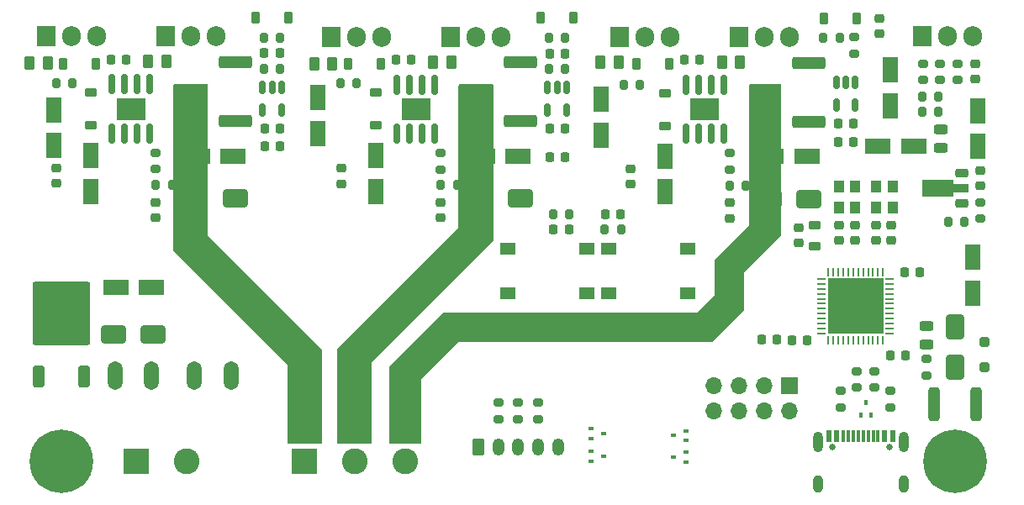
<source format=gbr>
%TF.GenerationSoftware,KiCad,Pcbnew,8.0.5-8.0.5-0~ubuntu24.04.1*%
%TF.CreationDate,2024-10-01T16:14:09+02:00*%
%TF.ProjectId,TFG-Brushless-ESC,5446472d-4272-4757-9368-6c6573732d45,rev?*%
%TF.SameCoordinates,Original*%
%TF.FileFunction,Soldermask,Top*%
%TF.FilePolarity,Negative*%
%FSLAX46Y46*%
G04 Gerber Fmt 4.6, Leading zero omitted, Abs format (unit mm)*
G04 Created by KiCad (PCBNEW 8.0.5-8.0.5-0~ubuntu24.04.1) date 2024-10-01 16:14:09*
%MOMM*%
%LPD*%
G01*
G04 APERTURE LIST*
G04 Aperture macros list*
%AMRoundRect*
0 Rectangle with rounded corners*
0 $1 Rounding radius*
0 $2 $3 $4 $5 $6 $7 $8 $9 X,Y pos of 4 corners*
0 Add a 4 corners polygon primitive as box body*
4,1,4,$2,$3,$4,$5,$6,$7,$8,$9,$2,$3,0*
0 Add four circle primitives for the rounded corners*
1,1,$1+$1,$2,$3*
1,1,$1+$1,$4,$5*
1,1,$1+$1,$6,$7*
1,1,$1+$1,$8,$9*
0 Add four rect primitives between the rounded corners*
20,1,$1+$1,$2,$3,$4,$5,0*
20,1,$1+$1,$4,$5,$6,$7,0*
20,1,$1+$1,$6,$7,$8,$9,0*
20,1,$1+$1,$8,$9,$2,$3,0*%
%AMFreePoly0*
4,1,9,3.862500,-0.866500,0.737500,-0.866500,0.737500,-0.450000,-0.737500,-0.450000,-0.737500,0.450000,0.737500,0.450000,0.737500,0.866500,3.862500,0.866500,3.862500,-0.866500,3.862500,-0.866500,$1*%
G04 Aperture macros list end*
%ADD10RoundRect,0.250000X0.550000X-1.050000X0.550000X1.050000X-0.550000X1.050000X-0.550000X-1.050000X0*%
%ADD11RoundRect,0.225000X-0.375000X0.225000X-0.375000X-0.225000X0.375000X-0.225000X0.375000X0.225000X0*%
%ADD12RoundRect,0.250000X1.000000X0.650000X-1.000000X0.650000X-1.000000X-0.650000X1.000000X-0.650000X0*%
%ADD13RoundRect,0.250000X-0.550000X1.050000X-0.550000X-1.050000X0.550000X-1.050000X0.550000X1.050000X0*%
%ADD14RoundRect,0.200000X0.200000X0.275000X-0.200000X0.275000X-0.200000X-0.275000X0.200000X-0.275000X0*%
%ADD15RoundRect,0.250000X0.262500X0.450000X-0.262500X0.450000X-0.262500X-0.450000X0.262500X-0.450000X0*%
%ADD16RoundRect,0.200000X0.275000X-0.200000X0.275000X0.200000X-0.275000X0.200000X-0.275000X-0.200000X0*%
%ADD17RoundRect,0.225000X-0.225000X-0.250000X0.225000X-0.250000X0.225000X0.250000X-0.225000X0.250000X0*%
%ADD18RoundRect,0.150000X-0.150000X0.512500X-0.150000X-0.512500X0.150000X-0.512500X0.150000X0.512500X0*%
%ADD19RoundRect,0.250000X-0.350000X-0.625000X0.350000X-0.625000X0.350000X0.625000X-0.350000X0.625000X0*%
%ADD20O,1.200000X1.750000*%
%ADD21RoundRect,0.100000X-0.155000X-0.100000X0.155000X-0.100000X0.155000X0.100000X-0.155000X0.100000X0*%
%ADD22R,1.550000X1.300000*%
%ADD23C,0.650000*%
%ADD24R,0.600000X1.240000*%
%ADD25R,0.300000X1.240000*%
%ADD26O,1.000000X2.100000*%
%ADD27O,1.000000X1.800000*%
%ADD28RoundRect,0.100000X0.155000X0.100000X-0.155000X0.100000X-0.155000X-0.100000X0.155000X-0.100000X0*%
%ADD29RoundRect,0.243750X0.456250X-0.243750X0.456250X0.243750X-0.456250X0.243750X-0.456250X-0.243750X0*%
%ADD30RoundRect,0.225000X0.225000X0.250000X-0.225000X0.250000X-0.225000X-0.250000X0.225000X-0.250000X0*%
%ADD31RoundRect,0.225000X-0.250000X0.225000X-0.250000X-0.225000X0.250000X-0.225000X0.250000X0.225000X0*%
%ADD32R,1.905000X2.000000*%
%ADD33O,1.905000X2.000000*%
%ADD34RoundRect,0.250000X-1.425000X0.362500X-1.425000X-0.362500X1.425000X-0.362500X1.425000X0.362500X0*%
%ADD35RoundRect,0.225000X0.250000X-0.225000X0.250000X0.225000X-0.250000X0.225000X-0.250000X-0.225000X0*%
%ADD36RoundRect,0.200000X-0.275000X0.200000X-0.275000X-0.200000X0.275000X-0.200000X0.275000X0.200000X0*%
%ADD37O,1.500000X2.900000*%
%ADD38RoundRect,0.250000X-1.050000X-0.550000X1.050000X-0.550000X1.050000X0.550000X-1.050000X0.550000X0*%
%ADD39RoundRect,0.100000X-0.100000X0.155000X-0.100000X-0.155000X0.100000X-0.155000X0.100000X0.155000X0*%
%ADD40RoundRect,0.225000X0.225000X0.375000X-0.225000X0.375000X-0.225000X-0.375000X0.225000X-0.375000X0*%
%ADD41RoundRect,0.062500X-0.062500X0.375000X-0.062500X-0.375000X0.062500X-0.375000X0.062500X0.375000X0*%
%ADD42RoundRect,0.062500X-0.375000X0.062500X-0.375000X-0.062500X0.375000X-0.062500X0.375000X0.062500X0*%
%ADD43R,5.600000X5.600000*%
%ADD44RoundRect,0.200000X-0.200000X-0.275000X0.200000X-0.275000X0.200000X0.275000X-0.200000X0.275000X0*%
%ADD45C,0.800000*%
%ADD46C,6.400000*%
%ADD47RoundRect,0.250000X1.050000X0.550000X-1.050000X0.550000X-1.050000X-0.550000X1.050000X-0.550000X0*%
%ADD48RoundRect,0.150000X0.150000X-0.825000X0.150000X0.825000X-0.150000X0.825000X-0.150000X-0.825000X0*%
%ADD49R,3.000000X2.290000*%
%ADD50RoundRect,0.225000X0.425000X0.225000X-0.425000X0.225000X-0.425000X-0.225000X0.425000X-0.225000X0*%
%ADD51FreePoly0,180.000000*%
%ADD52R,1.100000X1.300000*%
%ADD53RoundRect,0.250000X-0.650000X1.000000X-0.650000X-1.000000X0.650000X-1.000000X0.650000X1.000000X0*%
%ADD54RoundRect,0.243750X-0.456250X0.243750X-0.456250X-0.243750X0.456250X-0.243750X0.456250X0.243750X0*%
%ADD55O,1.700000X1.700000*%
%ADD56R,1.700000X1.700000*%
%ADD57R,2.600000X2.600000*%
%ADD58C,2.600000*%
%ADD59RoundRect,0.250000X0.350000X-0.850000X0.350000X0.850000X-0.350000X0.850000X-0.350000X-0.850000X0*%
%ADD60RoundRect,0.249997X2.650003X-2.950003X2.650003X2.950003X-2.650003X2.950003X-2.650003X-2.950003X0*%
%ADD61RoundRect,0.250000X-0.250000X0.250000X-0.250000X-0.250000X0.250000X-0.250000X0.250000X0.250000X0*%
%ADD62RoundRect,0.218750X0.381250X-0.218750X0.381250X0.218750X-0.381250X0.218750X-0.381250X-0.218750X0*%
%ADD63RoundRect,0.250000X-0.312500X-1.450000X0.312500X-1.450000X0.312500X1.450000X-0.312500X1.450000X0*%
G04 APERTURE END LIST*
D10*
%TO.C,C29*%
X75076000Y-128503000D03*
X75076000Y-124903000D03*
%TD*%
D11*
%TO.C,D8*%
X52276000Y-124378000D03*
X52276000Y-127678000D03*
%TD*%
D12*
%TO.C,D6*%
X58526000Y-148778000D03*
X54526000Y-148778000D03*
%TD*%
D13*
%TO.C,C27*%
X80976000Y-130748000D03*
X80976000Y-134348000D03*
%TD*%
D14*
%TO.C,R7*%
X137601000Y-124778000D03*
X135951000Y-124778000D03*
%TD*%
D15*
%TO.C,R30*%
X105388500Y-121303000D03*
X103563500Y-121303000D03*
%TD*%
D16*
%TO.C,R17*%
X136401000Y-152890500D03*
X136401000Y-151240500D03*
%TD*%
D17*
%TO.C,C2*%
X54251000Y-121028000D03*
X55801000Y-121028000D03*
%TD*%
D14*
%TO.C,R37*%
X79026000Y-123403000D03*
X77376000Y-123403000D03*
%TD*%
D18*
%TO.C,U9*%
X129226000Y-123340500D03*
X128276000Y-123340500D03*
X127326000Y-123340500D03*
X127326000Y-125615500D03*
X129226000Y-125615500D03*
%TD*%
D16*
%TO.C,R35*%
X129126000Y-120453000D03*
X129126000Y-118803000D03*
%TD*%
D19*
%TO.C,J4*%
X91276000Y-160078000D03*
D20*
X93276000Y-160078000D03*
X95276000Y-160078000D03*
X97276000Y-160078000D03*
X99276000Y-160078000D03*
%TD*%
D21*
%TO.C,D15*%
X112171000Y-159453000D03*
X112171000Y-158453000D03*
X110881000Y-158953000D03*
%TD*%
D10*
%TO.C,C6*%
X132776000Y-125703000D03*
X132776000Y-122103000D03*
%TD*%
D22*
%TO.C,SW2*%
X104376000Y-140078000D03*
X112326000Y-140078000D03*
X104376000Y-144578000D03*
X112326000Y-144578000D03*
%TD*%
D23*
%TO.C,J2*%
X126886000Y-160113000D03*
X132666000Y-160113000D03*
D24*
X126576000Y-158993000D03*
X127376000Y-158993000D03*
D25*
X128526000Y-158993000D03*
X129526000Y-158993000D03*
X130026000Y-158993000D03*
X131026000Y-158993000D03*
D24*
X132176000Y-158993000D03*
X132976000Y-158993000D03*
X132976000Y-158993000D03*
X132176000Y-158993000D03*
D25*
X131526000Y-158993000D03*
X130526000Y-158993000D03*
X129026000Y-158993000D03*
X128026000Y-158993000D03*
D24*
X127376000Y-158993000D03*
X126576000Y-158993000D03*
D26*
X125456000Y-159593000D03*
D27*
X125456000Y-163793000D03*
D26*
X134096000Y-159593000D03*
D27*
X134096000Y-163793000D03*
%TD*%
D28*
%TO.C,D16*%
X102631000Y-158278000D03*
X102631000Y-159278000D03*
X103921000Y-158778000D03*
%TD*%
D29*
%TO.C,D2*%
X137851000Y-129940500D03*
X137851000Y-128065500D03*
%TD*%
D30*
%TO.C,C9*%
X124371000Y-149308000D03*
X122821000Y-149308000D03*
%TD*%
D31*
%TO.C,C32*%
X87476000Y-135448000D03*
X87476000Y-136998000D03*
%TD*%
D32*
%TO.C,Q4*%
X88436000Y-118743000D03*
D33*
X90976000Y-118743000D03*
X93516000Y-118743000D03*
%TD*%
D17*
%TO.C,C12*%
X104051000Y-136628000D03*
X105601000Y-136628000D03*
%TD*%
D34*
%TO.C,R28*%
X95476000Y-121335500D03*
X95476000Y-127260500D03*
%TD*%
D35*
%TO.C,C11*%
X123526000Y-139553000D03*
X123526000Y-138003000D03*
%TD*%
D28*
%TO.C,D17*%
X102631000Y-160528000D03*
X102631000Y-161528000D03*
X103921000Y-161028000D03*
%TD*%
D36*
%TO.C,R3*%
X139526000Y-121453000D03*
X139526000Y-123103000D03*
%TD*%
D15*
%TO.C,R32*%
X117641000Y-121333000D03*
X115816000Y-121333000D03*
%TD*%
D18*
%TO.C,U7*%
X100151000Y-123890500D03*
X99201000Y-123890500D03*
X98251000Y-123890500D03*
X98251000Y-126165500D03*
X100151000Y-126165500D03*
%TD*%
D37*
%TO.C,F1*%
X66376000Y-152928000D03*
X62676000Y-152928000D03*
X58376000Y-152928000D03*
X54676000Y-152928000D03*
%TD*%
D38*
%TO.C,C23*%
X62976000Y-130778000D03*
X66576000Y-130778000D03*
%TD*%
D17*
%TO.C,C26*%
X69726000Y-129778000D03*
X71276000Y-129778000D03*
%TD*%
D39*
%TO.C,D1*%
X129776000Y-156900500D03*
X130776000Y-156900500D03*
X130276000Y-155610500D03*
%TD*%
D16*
%TO.C,R15*%
X93276000Y-157278000D03*
X93276000Y-155628000D03*
%TD*%
D32*
%TO.C,U2*%
X135986000Y-118723000D03*
D33*
X138526000Y-118723000D03*
X141066000Y-118723000D03*
%TD*%
D17*
%TO.C,C10*%
X134171000Y-142508000D03*
X135721000Y-142508000D03*
%TD*%
D36*
%TO.C,R12*%
X131146000Y-152463000D03*
X131146000Y-154113000D03*
%TD*%
D10*
%TO.C,C19*%
X141026000Y-144578000D03*
X141026000Y-140978000D03*
%TD*%
D17*
%TO.C,C42*%
X112001000Y-121078000D03*
X113551000Y-121078000D03*
%TD*%
D15*
%TO.C,R26*%
X88551000Y-121298000D03*
X86726000Y-121298000D03*
%TD*%
D40*
%TO.C,D21*%
X72126000Y-116828000D03*
X68826000Y-116828000D03*
%TD*%
%TO.C,D23*%
X129376000Y-116928000D03*
X126076000Y-116928000D03*
%TD*%
D15*
%TO.C,R18*%
X47888500Y-121428000D03*
X46063500Y-121428000D03*
%TD*%
D17*
%TO.C,C8*%
X132721000Y-150833000D03*
X134271000Y-150833000D03*
%TD*%
D31*
%TO.C,C45*%
X131626000Y-116928000D03*
X131626000Y-118478000D03*
%TD*%
D17*
%TO.C,C41*%
X82976000Y-121078000D03*
X84526000Y-121078000D03*
%TD*%
D11*
%TO.C,D12*%
X110066000Y-124433000D03*
X110066000Y-127733000D03*
%TD*%
D40*
%TO.C,D18*%
X52726000Y-121478000D03*
X49426000Y-121478000D03*
%TD*%
D30*
%TO.C,C17*%
X121351000Y-149303000D03*
X119801000Y-149303000D03*
%TD*%
D41*
%TO.C,U3*%
X132021000Y-142470500D03*
X131521000Y-142470500D03*
X131021000Y-142470500D03*
X130521000Y-142470500D03*
X130021000Y-142470500D03*
X129521000Y-142470500D03*
X129021000Y-142470500D03*
X128521000Y-142470500D03*
X128021000Y-142470500D03*
X127521000Y-142470500D03*
X127021000Y-142470500D03*
X126521000Y-142470500D03*
D42*
X125833500Y-143158000D03*
X125833500Y-143658000D03*
X125833500Y-144158000D03*
X125833500Y-144658000D03*
X125833500Y-145158000D03*
X125833500Y-145658000D03*
X125833500Y-146158000D03*
X125833500Y-146658000D03*
X125833500Y-147158000D03*
X125833500Y-147658000D03*
X125833500Y-148158000D03*
X125833500Y-148658000D03*
D41*
X126521000Y-149345500D03*
X127021000Y-149345500D03*
X127521000Y-149345500D03*
X128021000Y-149345500D03*
X128521000Y-149345500D03*
X129021000Y-149345500D03*
X129521000Y-149345500D03*
X130021000Y-149345500D03*
X130521000Y-149345500D03*
X131021000Y-149345500D03*
X131521000Y-149345500D03*
X132021000Y-149345500D03*
D42*
X132708500Y-148658000D03*
X132708500Y-148158000D03*
X132708500Y-147658000D03*
X132708500Y-147158000D03*
X132708500Y-146658000D03*
X132708500Y-146158000D03*
X132708500Y-145658000D03*
X132708500Y-145158000D03*
X132708500Y-144658000D03*
X132708500Y-144158000D03*
X132708500Y-143658000D03*
X132708500Y-143158000D03*
D43*
X129271000Y-145908000D03*
%TD*%
D44*
%TO.C,R23*%
X69651000Y-122028000D03*
X71301000Y-122028000D03*
%TD*%
D17*
%TO.C,C43*%
X69701000Y-120428000D03*
X71251000Y-120428000D03*
%TD*%
D40*
%TO.C,D19*%
X81426000Y-121483000D03*
X78126000Y-121483000D03*
%TD*%
D17*
%TO.C,C40*%
X127501000Y-129328000D03*
X129051000Y-129328000D03*
%TD*%
D45*
%TO.C,REF\u002A\u002A*%
X136876000Y-161528000D03*
X137578944Y-159830944D03*
X137578944Y-163225056D03*
X139276000Y-159128000D03*
D46*
X139276000Y-161528000D03*
D45*
X139276000Y-163928000D03*
X140973056Y-159830944D03*
X140973056Y-163225056D03*
X141676000Y-161528000D03*
%TD*%
D47*
%TO.C,C3*%
X135101000Y-129828000D03*
X131501000Y-129828000D03*
%TD*%
D16*
%TO.C,R14*%
X95276000Y-157278000D03*
X95276000Y-155628000D03*
%TD*%
D48*
%TO.C,U4*%
X54371000Y-128503000D03*
X55641000Y-128503000D03*
X56911000Y-128503000D03*
X58181000Y-128503000D03*
X58181000Y-123553000D03*
X56911000Y-123553000D03*
X55641000Y-123553000D03*
X54371000Y-123553000D03*
D49*
X56276000Y-126028000D03*
%TD*%
D40*
%TO.C,D20*%
X110476000Y-121528000D03*
X107176000Y-121528000D03*
%TD*%
D44*
%TO.C,R25*%
X87476000Y-133723000D03*
X89126000Y-133723000D03*
%TD*%
D13*
%TO.C,C5*%
X141526000Y-126228000D03*
X141526000Y-129828000D03*
%TD*%
D38*
%TO.C,C30*%
X91676000Y-130798000D03*
X95276000Y-130798000D03*
%TD*%
D50*
%TO.C,U1*%
X139976000Y-135528000D03*
D51*
X139888500Y-134028000D03*
D50*
X139976000Y-132528000D03*
%TD*%
D36*
%TO.C,R33*%
X116566000Y-130508000D03*
X116566000Y-132158000D03*
%TD*%
D34*
%TO.C,R22*%
X66776000Y-121315500D03*
X66776000Y-127240500D03*
%TD*%
D32*
%TO.C,Q3*%
X76436000Y-118743000D03*
D33*
X78976000Y-118743000D03*
X81516000Y-118743000D03*
%TD*%
D13*
%TO.C,C20*%
X52276000Y-130728000D03*
X52276000Y-134328000D03*
%TD*%
D40*
%TO.C,D22*%
X100851000Y-116853000D03*
X97551000Y-116853000D03*
%TD*%
D14*
%TO.C,R36*%
X50376000Y-123428000D03*
X48726000Y-123428000D03*
%TD*%
D52*
%TO.C,Y2*%
X133001000Y-135978000D03*
X133001000Y-133878000D03*
X131351000Y-133878000D03*
X131351000Y-135978000D03*
%TD*%
D36*
%TO.C,R21*%
X58776000Y-130453000D03*
X58776000Y-132103000D03*
%TD*%
D13*
%TO.C,C34*%
X110066000Y-130783000D03*
X110066000Y-134383000D03*
%TD*%
D52*
%TO.C,Y1*%
X129201000Y-135978000D03*
X129201000Y-133878000D03*
X127551000Y-133878000D03*
X127551000Y-135978000D03*
%TD*%
D32*
%TO.C,Q2*%
X59736000Y-118723000D03*
D33*
X62276000Y-118723000D03*
X64816000Y-118723000D03*
%TD*%
D14*
%TO.C,R16*%
X137601000Y-126328000D03*
X135951000Y-126328000D03*
%TD*%
D44*
%TO.C,R8*%
X104001000Y-138153000D03*
X105651000Y-138153000D03*
%TD*%
D18*
%TO.C,U5*%
X71451000Y-123890500D03*
X70501000Y-123890500D03*
X69551000Y-123890500D03*
X69551000Y-126165500D03*
X71451000Y-126165500D03*
%TD*%
D16*
%TO.C,R13*%
X97276000Y-157278000D03*
X97276000Y-155628000D03*
%TD*%
D32*
%TO.C,Q1*%
X47736000Y-118723000D03*
D33*
X50276000Y-118723000D03*
X52816000Y-118723000D03*
%TD*%
D14*
%TO.C,R40*%
X100026000Y-118853000D03*
X98376000Y-118853000D03*
%TD*%
D12*
%TO.C,D13*%
X124566000Y-135083000D03*
X120566000Y-135083000D03*
%TD*%
D30*
%TO.C,C44*%
X99976000Y-120453000D03*
X98426000Y-120453000D03*
%TD*%
D17*
%TO.C,C33*%
X98426000Y-130878000D03*
X99976000Y-130878000D03*
%TD*%
D31*
%TO.C,C21*%
X48776000Y-132003000D03*
X48776000Y-133553000D03*
%TD*%
D14*
%TO.C,R41*%
X127676000Y-118878000D03*
X126026000Y-118878000D03*
%TD*%
D36*
%TO.C,R11*%
X129396000Y-152463000D03*
X129396000Y-154113000D03*
%TD*%
D12*
%TO.C,D11*%
X95476000Y-135048000D03*
X91476000Y-135048000D03*
%TD*%
D53*
%TO.C,D5*%
X139276000Y-148028000D03*
X139276000Y-152028000D03*
%TD*%
D48*
%TO.C,U6*%
X83071000Y-128523000D03*
X84341000Y-128523000D03*
X85611000Y-128523000D03*
X86881000Y-128523000D03*
X86881000Y-123573000D03*
X85611000Y-123573000D03*
X84341000Y-123573000D03*
X83071000Y-123573000D03*
D49*
X84976000Y-126048000D03*
%TD*%
D32*
%TO.C,Q5*%
X105526000Y-118778000D03*
D33*
X108066000Y-118778000D03*
X110606000Y-118778000D03*
%TD*%
D30*
%TO.C,C24*%
X71276000Y-128028000D03*
X69726000Y-128028000D03*
%TD*%
D44*
%TO.C,R19*%
X58776000Y-133703000D03*
X60426000Y-133703000D03*
%TD*%
D36*
%TO.C,R10*%
X132776000Y-154453000D03*
X132776000Y-156103000D03*
%TD*%
D17*
%TO.C,C7*%
X98826000Y-138153000D03*
X100376000Y-138153000D03*
%TD*%
D48*
%TO.C,U8*%
X112161000Y-128558000D03*
X113431000Y-128558000D03*
X114701000Y-128558000D03*
X115971000Y-128558000D03*
X115971000Y-123608000D03*
X114701000Y-123608000D03*
X113431000Y-123608000D03*
X112161000Y-123608000D03*
D49*
X114066000Y-126083000D03*
%TD*%
D54*
%TO.C,D3*%
X136401000Y-147890500D03*
X136401000Y-149765500D03*
%TD*%
D15*
%TO.C,R24*%
X76551000Y-121453000D03*
X74726000Y-121453000D03*
%TD*%
D38*
%TO.C,C18*%
X54776000Y-144028000D03*
X58376000Y-144028000D03*
%TD*%
D31*
%TO.C,C4*%
X141276000Y-121478000D03*
X141276000Y-123028000D03*
%TD*%
%TO.C,C35*%
X106566000Y-132058000D03*
X106566000Y-133608000D03*
%TD*%
D35*
%TO.C,C15*%
X132876000Y-139303000D03*
X132876000Y-137753000D03*
%TD*%
D36*
%TO.C,R27*%
X87476000Y-130473000D03*
X87476000Y-132123000D03*
%TD*%
D31*
%TO.C,C39*%
X116566000Y-135483000D03*
X116566000Y-137033000D03*
%TD*%
D55*
%TO.C,J5*%
X114956000Y-156418000D03*
X114956000Y-153878000D03*
X117496000Y-156418000D03*
X117496000Y-153878000D03*
X120036000Y-156418000D03*
X120036000Y-153878000D03*
X122576000Y-156418000D03*
D56*
X122576000Y-153878000D03*
%TD*%
D30*
%TO.C,C38*%
X129051000Y-127523000D03*
X127501000Y-127523000D03*
%TD*%
D57*
%TO.C,J1*%
X73776000Y-161528000D03*
D58*
X78856000Y-161528000D03*
X83936000Y-161528000D03*
%TD*%
D30*
%TO.C,C31*%
X99976000Y-128028000D03*
X98426000Y-128028000D03*
%TD*%
D45*
%TO.C,REF\u002A\u002A*%
X46876000Y-161528000D03*
X47578944Y-159830944D03*
X47578944Y-163225056D03*
X49276000Y-159128000D03*
D46*
X49276000Y-161528000D03*
D45*
X49276000Y-163928000D03*
X50973056Y-159830944D03*
X50973056Y-163225056D03*
X51676000Y-161528000D03*
%TD*%
D44*
%TO.C,R29*%
X98376000Y-122028000D03*
X100026000Y-122028000D03*
%TD*%
%TO.C,R31*%
X116566000Y-133758000D03*
X118216000Y-133758000D03*
%TD*%
%TO.C,R2*%
X98776000Y-136628000D03*
X100426000Y-136628000D03*
%TD*%
D15*
%TO.C,R20*%
X59851000Y-121278000D03*
X58026000Y-121278000D03*
%TD*%
D59*
%TO.C,D4*%
X46998500Y-152978000D03*
D60*
X49278500Y-146678000D03*
D59*
X51558500Y-152978000D03*
%TD*%
D12*
%TO.C,D9*%
X66776000Y-135028000D03*
X62776000Y-135028000D03*
%TD*%
D16*
%TO.C,R4*%
X137776000Y-123103000D03*
X137776000Y-121453000D03*
%TD*%
D34*
%TO.C,R34*%
X124566000Y-121370500D03*
X124566000Y-127295500D03*
%TD*%
D22*
%TO.C,SW1*%
X94276000Y-140078000D03*
X102226000Y-140078000D03*
X94276000Y-144578000D03*
X102226000Y-144578000D03*
%TD*%
D61*
%TO.C,D7*%
X142276000Y-149528000D03*
X142276000Y-152028000D03*
%TD*%
D62*
%TO.C,L1*%
X125176000Y-139840500D03*
X125176000Y-137715500D03*
%TD*%
D31*
%TO.C,C25*%
X58776000Y-135428000D03*
X58776000Y-136978000D03*
%TD*%
D35*
%TO.C,C1*%
X141776000Y-133803000D03*
X141776000Y-132253000D03*
%TD*%
D14*
%TO.C,R6*%
X140226000Y-137403000D03*
X138576000Y-137403000D03*
%TD*%
D35*
%TO.C,C16*%
X131276000Y-139303000D03*
X131276000Y-137753000D03*
%TD*%
D10*
%TO.C,C36*%
X103651000Y-128678000D03*
X103651000Y-125078000D03*
%TD*%
D36*
%TO.C,R5*%
X136026000Y-121453000D03*
X136026000Y-123103000D03*
%TD*%
%TO.C,R9*%
X127776000Y-154428000D03*
X127776000Y-156078000D03*
%TD*%
D38*
%TO.C,C37*%
X120766000Y-130833000D03*
X124366000Y-130833000D03*
%TD*%
D63*
%TO.C,F2*%
X137138500Y-155778000D03*
X141413500Y-155778000D03*
%TD*%
D21*
%TO.C,D14*%
X112171000Y-161628000D03*
X112171000Y-160628000D03*
X110881000Y-161128000D03*
%TD*%
D35*
%TO.C,C13*%
X129176000Y-139303000D03*
X129176000Y-137753000D03*
%TD*%
D10*
%TO.C,C22*%
X48526000Y-129728000D03*
X48526000Y-126128000D03*
%TD*%
D32*
%TO.C,Q6*%
X117526000Y-118778000D03*
D33*
X120066000Y-118778000D03*
X122606000Y-118778000D03*
%TD*%
D14*
%TO.C,R38*%
X107526000Y-123578000D03*
X105876000Y-123578000D03*
%TD*%
D35*
%TO.C,C14*%
X127576000Y-139303000D03*
X127576000Y-137753000D03*
%TD*%
D14*
%TO.C,R39*%
X71301000Y-118828000D03*
X69651000Y-118828000D03*
%TD*%
D11*
%TO.C,D10*%
X80976000Y-124398000D03*
X80976000Y-127698000D03*
%TD*%
D16*
%TO.C,R1*%
X141776000Y-137103000D03*
X141776000Y-135453000D03*
%TD*%
D31*
%TO.C,C28*%
X77476000Y-132023000D03*
X77476000Y-133573000D03*
%TD*%
D57*
%TO.C,J6*%
X56776000Y-161528000D03*
D58*
X61856000Y-161528000D03*
%TD*%
G36*
X92719039Y-123547685D02*
G01*
X92764794Y-123600489D01*
X92776000Y-123652000D01*
X92776000Y-139226638D01*
X92756315Y-139293677D01*
X92739681Y-139314319D01*
X80526000Y-151527999D01*
X80526000Y-159654000D01*
X80506315Y-159721039D01*
X80453511Y-159766794D01*
X80402000Y-159778000D01*
X77150000Y-159778000D01*
X77082961Y-159758315D01*
X77037206Y-159705511D01*
X77026000Y-159654000D01*
X77026000Y-150329362D01*
X77045685Y-150262323D01*
X77062319Y-150241681D01*
X89275999Y-138028000D01*
X89276000Y-138027999D01*
X89276000Y-123652000D01*
X89295685Y-123584961D01*
X89348489Y-123539206D01*
X89400000Y-123528000D01*
X92652000Y-123528000D01*
X92719039Y-123547685D01*
G37*
G36*
X121719039Y-123547685D02*
G01*
X121764794Y-123600489D01*
X121776000Y-123652000D01*
X121776000Y-138726638D01*
X121756315Y-138793677D01*
X121739681Y-138814319D01*
X118026000Y-142527999D01*
X118026000Y-146226638D01*
X118006315Y-146293677D01*
X117989681Y-146314319D01*
X114812319Y-149491681D01*
X114750996Y-149525166D01*
X114724638Y-149528000D01*
X89275999Y-149528000D01*
X85526000Y-153277999D01*
X85526000Y-159654000D01*
X85506315Y-159721039D01*
X85453511Y-159766794D01*
X85402000Y-159778000D01*
X82400000Y-159778000D01*
X82332961Y-159758315D01*
X82287206Y-159705511D01*
X82276000Y-159654000D01*
X82276000Y-152079362D01*
X82295685Y-152012323D01*
X82312319Y-151991681D01*
X87739681Y-146564319D01*
X87801004Y-146530834D01*
X87827362Y-146528000D01*
X113276000Y-146528000D01*
X113276000Y-146527999D01*
X115026000Y-144777999D01*
X115026000Y-141329362D01*
X115045685Y-141262323D01*
X115062319Y-141241681D01*
X118525999Y-137778000D01*
X118526000Y-137777999D01*
X118526000Y-123652000D01*
X118545685Y-123584961D01*
X118598489Y-123539206D01*
X118650000Y-123528000D01*
X121652000Y-123528000D01*
X121719039Y-123547685D01*
G37*
G36*
X63969039Y-123547685D02*
G01*
X64014794Y-123600489D01*
X64026000Y-123652000D01*
X64026000Y-138778000D01*
X75489681Y-150241681D01*
X75523166Y-150303004D01*
X75526000Y-150329362D01*
X75526000Y-159654000D01*
X75506315Y-159721039D01*
X75453511Y-159766794D01*
X75402000Y-159778000D01*
X72150000Y-159778000D01*
X72082961Y-159758315D01*
X72037206Y-159705511D01*
X72026000Y-159654000D01*
X72026000Y-151778000D01*
X60562319Y-140314319D01*
X60528834Y-140252996D01*
X60526000Y-140226638D01*
X60526000Y-123652000D01*
X60545685Y-123584961D01*
X60598489Y-123539206D01*
X60650000Y-123528000D01*
X63902000Y-123528000D01*
X63969039Y-123547685D01*
G37*
M02*

</source>
